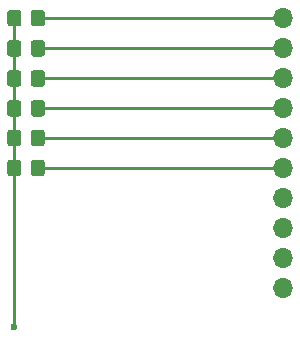
<source format=gtl>
G04 #@! TF.GenerationSoftware,KiCad,Pcbnew,(5.1.10)-1*
G04 #@! TF.CreationDate,2022-08-02T17:39:55+02:00*
G04 #@! TF.ProjectId,pcb_resistive_sole,7063625f-7265-4736-9973-746976655f73,rev?*
G04 #@! TF.SameCoordinates,Original*
G04 #@! TF.FileFunction,Copper,L1,Top*
G04 #@! TF.FilePolarity,Positive*
%FSLAX46Y46*%
G04 Gerber Fmt 4.6, Leading zero omitted, Abs format (unit mm)*
G04 Created by KiCad (PCBNEW (5.1.10)-1) date 2022-08-02 17:39:55*
%MOMM*%
%LPD*%
G01*
G04 APERTURE LIST*
G04 #@! TA.AperFunction,ComponentPad*
%ADD10O,1.700000X1.700000*%
G04 #@! TD*
G04 #@! TA.AperFunction,ViaPad*
%ADD11C,0.600000*%
G04 #@! TD*
G04 #@! TA.AperFunction,Conductor*
%ADD12C,0.250000*%
G04 #@! TD*
G04 APERTURE END LIST*
G04 #@! TA.AperFunction,SMDPad,CuDef*
G36*
G01*
X133845000Y-96009999D02*
X133845000Y-96910001D01*
G75*
G02*
X133595001Y-97160000I-249999J0D01*
G01*
X132894999Y-97160000D01*
G75*
G02*
X132645000Y-96910001I0J249999D01*
G01*
X132645000Y-96009999D01*
G75*
G02*
X132894999Y-95760000I249999J0D01*
G01*
X133595001Y-95760000D01*
G75*
G02*
X133845000Y-96009999I0J-249999D01*
G01*
G37*
G04 #@! TD.AperFunction*
G04 #@! TA.AperFunction,SMDPad,CuDef*
G36*
G01*
X135845000Y-96009999D02*
X135845000Y-96910001D01*
G75*
G02*
X135595001Y-97160000I-249999J0D01*
G01*
X134894999Y-97160000D01*
G75*
G02*
X134645000Y-96910001I0J249999D01*
G01*
X134645000Y-96009999D01*
G75*
G02*
X134894999Y-95760000I249999J0D01*
G01*
X135595001Y-95760000D01*
G75*
G02*
X135845000Y-96009999I0J-249999D01*
G01*
G37*
G04 #@! TD.AperFunction*
G04 #@! TA.AperFunction,SMDPad,CuDef*
G36*
G01*
X133845000Y-93469999D02*
X133845000Y-94370001D01*
G75*
G02*
X133595001Y-94620000I-249999J0D01*
G01*
X132894999Y-94620000D01*
G75*
G02*
X132645000Y-94370001I0J249999D01*
G01*
X132645000Y-93469999D01*
G75*
G02*
X132894999Y-93220000I249999J0D01*
G01*
X133595001Y-93220000D01*
G75*
G02*
X133845000Y-93469999I0J-249999D01*
G01*
G37*
G04 #@! TD.AperFunction*
G04 #@! TA.AperFunction,SMDPad,CuDef*
G36*
G01*
X135845000Y-93469999D02*
X135845000Y-94370001D01*
G75*
G02*
X135595001Y-94620000I-249999J0D01*
G01*
X134894999Y-94620000D01*
G75*
G02*
X134645000Y-94370001I0J249999D01*
G01*
X134645000Y-93469999D01*
G75*
G02*
X134894999Y-93220000I249999J0D01*
G01*
X135595001Y-93220000D01*
G75*
G02*
X135845000Y-93469999I0J-249999D01*
G01*
G37*
G04 #@! TD.AperFunction*
G04 #@! TA.AperFunction,SMDPad,CuDef*
G36*
G01*
X133845000Y-90959999D02*
X133845000Y-91860001D01*
G75*
G02*
X133595001Y-92110000I-249999J0D01*
G01*
X132894999Y-92110000D01*
G75*
G02*
X132645000Y-91860001I0J249999D01*
G01*
X132645000Y-90959999D01*
G75*
G02*
X132894999Y-90710000I249999J0D01*
G01*
X133595001Y-90710000D01*
G75*
G02*
X133845000Y-90959999I0J-249999D01*
G01*
G37*
G04 #@! TD.AperFunction*
G04 #@! TA.AperFunction,SMDPad,CuDef*
G36*
G01*
X135845000Y-90959999D02*
X135845000Y-91860001D01*
G75*
G02*
X135595001Y-92110000I-249999J0D01*
G01*
X134894999Y-92110000D01*
G75*
G02*
X134645000Y-91860001I0J249999D01*
G01*
X134645000Y-90959999D01*
G75*
G02*
X134894999Y-90710000I249999J0D01*
G01*
X135595001Y-90710000D01*
G75*
G02*
X135845000Y-90959999I0J-249999D01*
G01*
G37*
G04 #@! TD.AperFunction*
G04 #@! TA.AperFunction,SMDPad,CuDef*
G36*
G01*
X133845000Y-88424999D02*
X133845000Y-89325001D01*
G75*
G02*
X133595001Y-89575000I-249999J0D01*
G01*
X132894999Y-89575000D01*
G75*
G02*
X132645000Y-89325001I0J249999D01*
G01*
X132645000Y-88424999D01*
G75*
G02*
X132894999Y-88175000I249999J0D01*
G01*
X133595001Y-88175000D01*
G75*
G02*
X133845000Y-88424999I0J-249999D01*
G01*
G37*
G04 #@! TD.AperFunction*
G04 #@! TA.AperFunction,SMDPad,CuDef*
G36*
G01*
X135845000Y-88424999D02*
X135845000Y-89325001D01*
G75*
G02*
X135595001Y-89575000I-249999J0D01*
G01*
X134894999Y-89575000D01*
G75*
G02*
X134645000Y-89325001I0J249999D01*
G01*
X134645000Y-88424999D01*
G75*
G02*
X134894999Y-88175000I249999J0D01*
G01*
X135595001Y-88175000D01*
G75*
G02*
X135845000Y-88424999I0J-249999D01*
G01*
G37*
G04 #@! TD.AperFunction*
G04 #@! TA.AperFunction,SMDPad,CuDef*
G36*
G01*
X133845000Y-85874999D02*
X133845000Y-86775001D01*
G75*
G02*
X133595001Y-87025000I-249999J0D01*
G01*
X132894999Y-87025000D01*
G75*
G02*
X132645000Y-86775001I0J249999D01*
G01*
X132645000Y-85874999D01*
G75*
G02*
X132894999Y-85625000I249999J0D01*
G01*
X133595001Y-85625000D01*
G75*
G02*
X133845000Y-85874999I0J-249999D01*
G01*
G37*
G04 #@! TD.AperFunction*
G04 #@! TA.AperFunction,SMDPad,CuDef*
G36*
G01*
X135845000Y-85874999D02*
X135845000Y-86775001D01*
G75*
G02*
X135595001Y-87025000I-249999J0D01*
G01*
X134894999Y-87025000D01*
G75*
G02*
X134645000Y-86775001I0J249999D01*
G01*
X134645000Y-85874999D01*
G75*
G02*
X134894999Y-85625000I249999J0D01*
G01*
X135595001Y-85625000D01*
G75*
G02*
X135845000Y-85874999I0J-249999D01*
G01*
G37*
G04 #@! TD.AperFunction*
G04 #@! TA.AperFunction,SMDPad,CuDef*
G36*
G01*
X133845000Y-83324999D02*
X133845000Y-84225001D01*
G75*
G02*
X133595001Y-84475000I-249999J0D01*
G01*
X132894999Y-84475000D01*
G75*
G02*
X132645000Y-84225001I0J249999D01*
G01*
X132645000Y-83324999D01*
G75*
G02*
X132894999Y-83075000I249999J0D01*
G01*
X133595001Y-83075000D01*
G75*
G02*
X133845000Y-83324999I0J-249999D01*
G01*
G37*
G04 #@! TD.AperFunction*
G04 #@! TA.AperFunction,SMDPad,CuDef*
G36*
G01*
X135845000Y-83324999D02*
X135845000Y-84225001D01*
G75*
G02*
X135595001Y-84475000I-249999J0D01*
G01*
X134894999Y-84475000D01*
G75*
G02*
X134645000Y-84225001I0J249999D01*
G01*
X134645000Y-83324999D01*
G75*
G02*
X134894999Y-83075000I249999J0D01*
G01*
X135595001Y-83075000D01*
G75*
G02*
X135845000Y-83324999I0J-249999D01*
G01*
G37*
G04 #@! TD.AperFunction*
D10*
X156000000Y-83775000D03*
X156000000Y-86315000D03*
X156000000Y-88855000D03*
X156000000Y-91395000D03*
X156000000Y-93935000D03*
X156000000Y-96475000D03*
X156000000Y-99015000D03*
X156000000Y-101555000D03*
X156000000Y-104095000D03*
X156000000Y-106635000D03*
D11*
X133250000Y-109950000D03*
D12*
X133245000Y-83775000D02*
X133245000Y-86325000D01*
X133245000Y-86325000D02*
X133245000Y-88875000D01*
X133245000Y-88875000D02*
X133245000Y-91410000D01*
X133245000Y-91410000D02*
X133245000Y-93920000D01*
X133245000Y-93920000D02*
X133245000Y-96425000D01*
X133245000Y-96425000D02*
X133245000Y-96460000D01*
X133250000Y-96465000D02*
X133245000Y-96460000D01*
X133250000Y-109950000D02*
X133250000Y-96465000D01*
X155985000Y-96460000D02*
X156000000Y-96475000D01*
X135245000Y-96460000D02*
X155985000Y-96460000D01*
X155985000Y-93920000D02*
X156000000Y-93935000D01*
X135245000Y-93920000D02*
X155985000Y-93920000D01*
X155985000Y-91410000D02*
X156000000Y-91395000D01*
X135245000Y-91410000D02*
X155985000Y-91410000D01*
X155980000Y-88875000D02*
X156000000Y-88855000D01*
X135245000Y-88875000D02*
X155980000Y-88875000D01*
X155990000Y-86325000D02*
X156000000Y-86315000D01*
X135245000Y-86325000D02*
X155990000Y-86325000D01*
X135245000Y-83775000D02*
X156000000Y-83775000D01*
M02*

</source>
